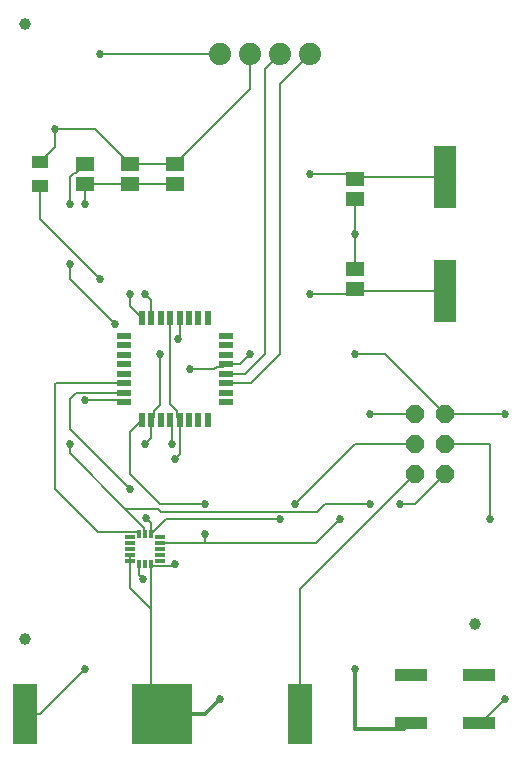
<source format=gtl>
G04 EAGLE Gerber RS-274X export*
G75*
%MOMM*%
%FSLAX34Y34*%
%LPD*%
%INTop Copper*%
%IPPOS*%
%AMOC8*
5,1,8,0,0,1.08239X$1,22.5*%
G01*
%ADD10R,1.500000X1.300000*%
%ADD11R,0.558800X1.270000*%
%ADD12R,1.270000X0.558800*%
%ADD13C,1.879600*%
%ADD14P,1.649562X8X112.500000*%
%ADD15R,1.400000X1.100000*%
%ADD16R,0.925000X0.300000*%
%ADD17R,0.300000X0.800000*%
%ADD18R,1.930400X5.334000*%
%ADD19R,2.750000X1.000000*%
%ADD20R,2.100000X5.050000*%
%ADD21R,5.050000X5.050000*%
%ADD22C,1.000000*%
%ADD23C,0.203200*%
%ADD24C,0.685800*%
%ADD25C,0.304800*%


D10*
X114300Y503800D03*
X114300Y486800D03*
X76200Y503800D03*
X76200Y486800D03*
X304800Y491100D03*
X304800Y474100D03*
X304800Y397900D03*
X304800Y414900D03*
X152400Y503800D03*
X152400Y486800D03*
D11*
X180400Y373126D03*
X172400Y373126D03*
X164400Y373126D03*
X156400Y373126D03*
X148400Y373126D03*
X140400Y373126D03*
X132400Y373126D03*
X124400Y373126D03*
D12*
X109474Y358200D03*
X109474Y350200D03*
X109474Y342200D03*
X109474Y334200D03*
X109474Y326200D03*
X109474Y318200D03*
X109474Y310200D03*
X109474Y302200D03*
D11*
X124400Y287274D03*
X132400Y287274D03*
X140400Y287274D03*
X148400Y287274D03*
X156400Y287274D03*
X164400Y287274D03*
X172400Y287274D03*
X180400Y287274D03*
D12*
X195326Y302200D03*
X195326Y310200D03*
X195326Y318200D03*
X195326Y326200D03*
X195326Y334200D03*
X195326Y342200D03*
X195326Y350200D03*
X195326Y358200D03*
D13*
X190500Y596900D03*
X215900Y596900D03*
X241300Y596900D03*
X266700Y596900D03*
D14*
X381000Y241300D03*
X355600Y241300D03*
X381000Y266700D03*
X355600Y266700D03*
X381000Y292100D03*
X355600Y292100D03*
D15*
X38100Y485300D03*
X38100Y505300D03*
D16*
X139875Y167800D03*
X139875Y172800D03*
X139875Y177800D03*
X139875Y182800D03*
X139875Y187800D03*
D17*
X132000Y190550D03*
X127000Y190550D03*
X122000Y190550D03*
D16*
X114125Y187800D03*
X114125Y182800D03*
X114125Y177800D03*
X114125Y172800D03*
X114125Y167800D03*
D17*
X122000Y165050D03*
X127000Y165050D03*
X132000Y165050D03*
D18*
X381000Y492760D03*
X381000Y396240D03*
D19*
X409750Y30800D03*
X352250Y30800D03*
X409750Y70800D03*
X352250Y70800D03*
D20*
X25400Y38100D03*
X258400Y38100D03*
D21*
X141900Y38100D03*
D22*
X25400Y622300D03*
X25400Y101600D03*
X406400Y114300D03*
D23*
X122000Y155923D02*
X122000Y165050D01*
X122000Y155923D02*
X125523Y152400D01*
D24*
X125523Y152400D03*
X76200Y76200D03*
D23*
X38100Y38100D01*
X25400Y38100D01*
X258400Y38100D02*
X258400Y144100D01*
X355600Y241300D01*
D24*
X127000Y266700D03*
D23*
X132400Y272100D01*
X132400Y287274D01*
D24*
X50800Y533400D03*
D23*
X50800Y518000D01*
X38100Y505300D01*
X50800Y533400D02*
X84700Y533400D01*
X114300Y503800D01*
X152400Y503800D01*
X156400Y373126D02*
X156400Y357123D01*
X154877Y355600D01*
D24*
X154877Y355600D03*
X139700Y342900D03*
D23*
X134558Y294887D02*
X134558Y289432D01*
X132400Y287274D01*
X139700Y300029D02*
X139700Y342900D01*
X139700Y300029D02*
X134558Y294887D01*
X215900Y567300D02*
X215900Y596900D01*
X215900Y567300D02*
X152400Y503800D01*
D25*
X190500Y50800D02*
X177800Y38100D01*
D24*
X190500Y50800D03*
X304800Y76200D03*
D25*
X304800Y25400D01*
X346850Y25400D01*
X352250Y30800D01*
X177800Y38100D02*
X141900Y38100D01*
D23*
X304800Y444500D02*
X304800Y474100D01*
D24*
X304800Y444500D03*
X317500Y292100D03*
D23*
X355600Y292100D01*
X304800Y414900D02*
X304800Y444500D01*
X132000Y165050D02*
X132000Y127000D01*
X132000Y48000D01*
X141900Y38100D01*
X114125Y167800D02*
X114125Y172800D01*
X114125Y167800D02*
X114125Y144875D01*
X132000Y127000D01*
D24*
X152400Y165100D03*
D23*
X132190Y165050D02*
X132000Y165050D01*
X132190Y165050D02*
X133988Y163252D01*
X150552Y163252D01*
X152400Y165100D01*
D24*
X152400Y254000D03*
D23*
X156400Y258000D01*
X156400Y287274D01*
X114300Y486800D02*
X76200Y486800D01*
X114300Y486800D02*
X152400Y486800D01*
D24*
X76200Y469900D03*
D23*
X76200Y486800D01*
X154242Y294887D02*
X154242Y289432D01*
X156400Y287274D01*
X148400Y300729D02*
X148400Y373126D01*
X148400Y300729D02*
X154242Y294887D01*
X190500Y596900D02*
X88900Y596900D01*
D24*
X88900Y596900D03*
D23*
X76200Y503800D02*
X68748Y496348D01*
X67438Y496348D01*
X63500Y492411D01*
X63500Y406400D02*
X101600Y368300D01*
D24*
X101600Y368300D03*
X149923Y266700D03*
D23*
X149923Y285751D01*
X148400Y287274D01*
X63500Y469900D02*
X63500Y492411D01*
D24*
X63500Y469900D03*
X63500Y419100D03*
D23*
X63500Y406400D01*
X409750Y30800D02*
X411800Y30800D01*
X431800Y50800D01*
D24*
X431800Y50800D03*
X431800Y292100D03*
D23*
X381000Y292100D01*
X330200Y342900D01*
X215900Y342900D02*
X207200Y334200D01*
D24*
X215900Y342900D03*
X304800Y342900D03*
D23*
X330200Y342900D01*
X207200Y334200D02*
X195326Y334200D01*
D24*
X165100Y330200D03*
D23*
X193168Y332042D02*
X195326Y334200D01*
X193168Y332042D02*
X187714Y332042D01*
X185872Y330200D02*
X165100Y330200D01*
X185872Y330200D02*
X187714Y332042D01*
X38100Y457200D02*
X38100Y485300D01*
X38100Y457200D02*
X88900Y406400D01*
D24*
X88900Y406400D03*
D23*
X306460Y396240D02*
X381000Y396240D01*
X306460Y396240D02*
X304800Y397900D01*
X132400Y388300D02*
X132400Y373126D01*
X132400Y388300D02*
X127000Y393700D01*
D24*
X127000Y393700D03*
X266700Y393700D03*
D23*
X303920Y393700D01*
X306460Y396240D01*
X306460Y492760D02*
X381000Y492760D01*
X306460Y492760D02*
X304800Y491100D01*
D24*
X266700Y495300D03*
D23*
X300600Y495300D01*
X304800Y491100D01*
X124400Y373126D02*
X114300Y383226D01*
X114300Y393700D01*
D24*
X114300Y393700D03*
D23*
X63500Y304800D02*
X63500Y279400D01*
X63500Y304800D02*
X68900Y310200D01*
X109474Y310200D01*
X132000Y199520D02*
X132000Y190550D01*
X132000Y199520D02*
X127660Y203860D01*
D24*
X127660Y203860D03*
X114300Y228600D03*
D23*
X63500Y279400D01*
X144650Y203200D02*
X132000Y190550D01*
X241046Y203200D02*
X241300Y202946D01*
D24*
X241300Y202946D03*
X254000Y215900D03*
D23*
X304800Y266700D01*
X355600Y266700D01*
X241046Y203200D02*
X144650Y203200D01*
X127000Y190550D02*
X126548Y191002D01*
X126548Y195813D01*
D24*
X76200Y303723D03*
D23*
X107951Y303723D01*
X109474Y302200D01*
X63500Y266700D02*
X63500Y258861D01*
D24*
X63500Y266700D03*
D23*
X110380Y211980D02*
X126548Y195813D01*
X110380Y211980D02*
X63500Y258861D01*
X110380Y211980D02*
X137872Y211980D01*
X140430Y209423D01*
X272923Y209423D01*
X279400Y215900D01*
X317500Y215900D01*
D24*
X317500Y215900D03*
X342900Y215900D03*
D23*
X355600Y215900D01*
X381000Y241300D01*
X139700Y215900D02*
X114300Y241300D01*
X114300Y277174D01*
X124400Y287274D01*
X177800Y182800D02*
X271700Y182800D01*
X292100Y203200D01*
D24*
X292100Y203200D03*
X419100Y203200D03*
D23*
X419100Y266700D01*
X381000Y266700D01*
X177800Y215900D02*
X139700Y215900D01*
D24*
X177800Y215900D03*
X177800Y190500D03*
D23*
X177800Y182800D01*
X139875Y182800D01*
X195326Y326200D02*
X211900Y326200D01*
X228600Y342900D01*
X228600Y584200D02*
X241300Y596900D01*
X228600Y584200D02*
X228600Y342900D01*
X216600Y318200D02*
X195326Y318200D01*
X241300Y342900D02*
X241300Y571500D01*
X266700Y596900D01*
X241300Y342900D02*
X216600Y318200D01*
X50800Y317500D02*
X50800Y228600D01*
X50800Y317500D02*
X51500Y318200D01*
X109474Y318200D01*
X121811Y190550D02*
X122000Y190550D01*
X121811Y190550D02*
X120013Y192348D01*
X87052Y192348D02*
X50800Y228600D01*
X87052Y192348D02*
X120013Y192348D01*
M02*

</source>
